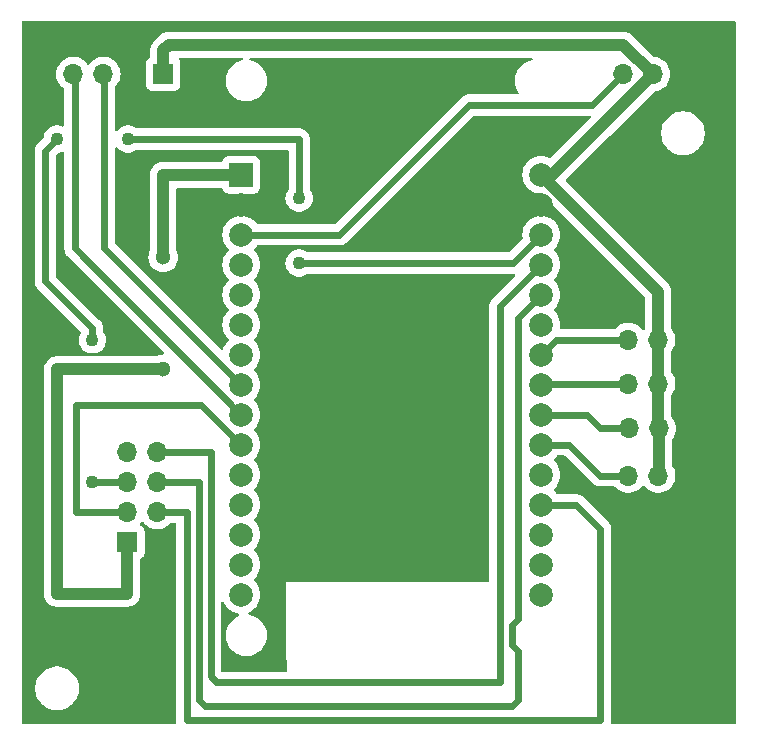
<source format=gbr>
%TF.GenerationSoftware,KiCad,Pcbnew,8.0.5*%
%TF.CreationDate,2024-09-12T11:42:49-05:00*%
%TF.ProjectId,avion,6176696f-6e2e-46b6-9963-61645f706362,rev?*%
%TF.SameCoordinates,Original*%
%TF.FileFunction,Copper,L2,Bot*%
%TF.FilePolarity,Positive*%
%FSLAX46Y46*%
G04 Gerber Fmt 4.6, Leading zero omitted, Abs format (unit mm)*
G04 Created by KiCad (PCBNEW 8.0.5) date 2024-09-12 11:42:49*
%MOMM*%
%LPD*%
G01*
G04 APERTURE LIST*
%TA.AperFunction,ComponentPad*%
%ADD10R,1.700000X1.700000*%
%TD*%
%TA.AperFunction,ComponentPad*%
%ADD11O,1.700000X1.700000*%
%TD*%
%TA.AperFunction,ComponentPad*%
%ADD12R,2.000000X2.000000*%
%TD*%
%TA.AperFunction,ComponentPad*%
%ADD13C,2.000000*%
%TD*%
%TA.AperFunction,ViaPad*%
%ADD14C,1.300000*%
%TD*%
%TA.AperFunction,ViaPad*%
%ADD15C,1.100000*%
%TD*%
%TA.AperFunction,Conductor*%
%ADD16C,0.600000*%
%TD*%
%TA.AperFunction,Conductor*%
%ADD17C,1.000000*%
%TD*%
G04 APERTURE END LIST*
D10*
%TO.P,J6,1,Pin_1*%
%TO.N,GND*%
X231445000Y-85500000D03*
D11*
%TO.P,J6,2,Pin_2*%
%TO.N,+5V*%
X228905000Y-85500000D03*
%TO.P,J6,3,Pin_3*%
%TO.N,/cola*%
X226365000Y-85500000D03*
%TD*%
D10*
%TO.P,J1,1,Pin_1*%
%TO.N,+3.3V*%
X183960000Y-102620000D03*
D11*
%TO.P,J1,2,Pin_2*%
%TO.N,GND*%
X186500000Y-102620000D03*
%TO.P,J1,3,Pin_3*%
%TO.N,/CSN*%
X183960000Y-100080000D03*
%TO.P,J1,4,Pin_4*%
%TO.N,/CE*%
X186500000Y-100080000D03*
%TO.P,J1,5,Pin_5*%
%TO.N,/MOSI*%
X183960000Y-97540000D03*
%TO.P,J1,6,Pin_6*%
%TO.N,/SCK*%
X186500000Y-97540000D03*
%TO.P,J1,7,Pin_7*%
%TO.N,unconnected-(J1-Pin_7-Pad7)*%
X183960000Y-95000000D03*
%TO.P,J1,8,Pin_8*%
%TO.N,/MISO*%
X186500000Y-95000000D03*
%TD*%
D10*
%TO.P,J8,1,Pin_1*%
%TO.N,GND*%
X231500000Y-93000000D03*
D11*
%TO.P,J8,2,Pin_2*%
%TO.N,+5V*%
X228960000Y-93000000D03*
%TO.P,J8,3,Pin_3*%
%TO.N,/ala der*%
X226420000Y-93000000D03*
%TD*%
D12*
%TO.P,U1,1,3V3*%
%TO.N,+3.3V*%
X193600000Y-71520000D03*
D13*
%TO.P,U1,2,GND*%
%TO.N,GND*%
X193600000Y-74060000D03*
%TO.P,U1,3,D15*%
%TO.N,/ESC(motor)*%
X193600000Y-76600000D03*
%TO.P,U1,4,D2*%
%TO.N,unconnected-(U1-D2-Pad4)*%
X193600000Y-79140000D03*
%TO.P,U1,5,D4*%
%TO.N,unconnected-(U1-D4-Pad5)*%
X193600000Y-81680000D03*
%TO.P,U1,6,RX2*%
%TO.N,unconnected-(U1-RX2-Pad6)*%
X193600000Y-84220000D03*
%TO.P,U1,7,TX2*%
%TO.N,unconnected-(U1-TX2-Pad7)*%
X193600000Y-86760000D03*
%TO.P,U1,8,D5*%
%TO.N,/scl*%
X193600000Y-89300000D03*
%TO.P,U1,9,D18*%
%TO.N,/sda*%
X193600000Y-91840000D03*
%TO.P,U1,10,D19*%
%TO.N,/CSN*%
X193600000Y-94380000D03*
%TO.P,U1,11,D21*%
%TO.N,unconnected-(U1-D21-Pad11)*%
X193600000Y-96920000D03*
%TO.P,U1,12,RX0*%
%TO.N,unconnected-(U1-RX0-Pad12)*%
X193600000Y-99460000D03*
%TO.P,U1,13,TX0*%
%TO.N,unconnected-(U1-TX0-Pad13)*%
X193600000Y-102000000D03*
%TO.P,U1,14,D22*%
%TO.N,unconnected-(U1-D22-Pad14)*%
X193600000Y-104540000D03*
%TO.P,U1,15,D23*%
%TO.N,unconnected-(U1-D23-Pad15)*%
X193600000Y-107080000D03*
%TO.P,U1,16,EN*%
%TO.N,unconnected-(U1-EN-Pad16)*%
X219000000Y-107080000D03*
%TO.P,U1,17,VP*%
%TO.N,unconnected-(U1-VP-Pad17)*%
X219000000Y-104540000D03*
%TO.P,U1,18,VN*%
%TO.N,unconnected-(U1-VN-Pad18)*%
X219000000Y-102000000D03*
%TO.P,U1,19,D34*%
%TO.N,/CE*%
X219000000Y-99460000D03*
%TO.P,U1,20,D35*%
%TO.N,unconnected-(U1-D35-Pad20)*%
X219000000Y-96920000D03*
%TO.P,U1,21,D32*%
%TO.N,/ala izq*%
X219000000Y-94380000D03*
%TO.P,U1,22,D33*%
%TO.N,/ala der*%
X219000000Y-91840000D03*
%TO.P,U1,23,D25*%
%TO.N,/sobra*%
X219000000Y-89300000D03*
%TO.P,U1,24,D26*%
%TO.N,/cola*%
X219000000Y-86760000D03*
%TO.P,U1,25,D27*%
%TO.N,unconnected-(U1-D27-Pad25)*%
X219000000Y-84220000D03*
%TO.P,U1,26,D14*%
%TO.N,/SCK*%
X219000000Y-81680000D03*
%TO.P,U1,27,D12*%
%TO.N,/MISO*%
X219000000Y-79140000D03*
%TO.P,U1,28,D13*%
%TO.N,/MOSI*%
X219000000Y-76600000D03*
%TO.P,U1,29,GND*%
%TO.N,GND*%
X219000000Y-74060000D03*
%TO.P,U1,30,VIN*%
%TO.N,+5V*%
X219000000Y-71520000D03*
%TD*%
D10*
%TO.P,J9,1,Pin_1*%
%TO.N,GND*%
X231000000Y-63000000D03*
D11*
%TO.P,J9,2,Pin_2*%
%TO.N,+5V*%
X228460000Y-63000000D03*
%TO.P,J9,3,Pin_3*%
%TO.N,/ESC(motor)*%
X225920000Y-63000000D03*
%TD*%
D10*
%TO.P,J7,1,Pin_1*%
%TO.N,GND*%
X231445000Y-97000000D03*
D11*
%TO.P,J7,2,Pin_2*%
%TO.N,+5V*%
X228905000Y-97000000D03*
%TO.P,J7,3,Pin_3*%
%TO.N,/ala izq*%
X226365000Y-97000000D03*
%TD*%
D10*
%TO.P,J4,1,Pin_1*%
%TO.N,+5V*%
X187000000Y-63000000D03*
D11*
%TO.P,J4,2,Pin_2*%
%TO.N,GND*%
X184460000Y-63000000D03*
%TO.P,J4,3,Pin_3*%
%TO.N,/scl*%
X181920000Y-63000000D03*
%TO.P,J4,4,Pin_4*%
%TO.N,/sda*%
X179380000Y-63000000D03*
%TD*%
D10*
%TO.P,J5,1,Pin_1*%
%TO.N,GND*%
X231445000Y-89200000D03*
D11*
%TO.P,J5,2,Pin_2*%
%TO.N,+5V*%
X228905000Y-89200000D03*
%TO.P,J5,3,Pin_3*%
%TO.N,/sobra*%
X226365000Y-89200000D03*
%TD*%
D14*
%TO.N,GND*%
X223500000Y-81000000D03*
X205000000Y-70500000D03*
X229500000Y-72500000D03*
X208000000Y-73500000D03*
%TO.N,+3.3V*%
X187000000Y-78500000D03*
X187000000Y-88000000D03*
D15*
%TO.N,/MOSI*%
X181000000Y-85500000D03*
X198500000Y-73500000D03*
X178000000Y-68500000D03*
X181000000Y-97500000D03*
X198500000Y-79000000D03*
X184000000Y-68500000D03*
%TD*%
D16*
%TO.N,/MISO*%
X215500000Y-114500000D02*
X191500000Y-114500000D01*
X219000000Y-79140000D02*
X215500000Y-82640000D01*
X191000000Y-95000000D02*
X186500000Y-95000000D01*
X215500000Y-82640000D02*
X215500000Y-114500000D01*
X191000000Y-114000000D02*
X191000000Y-95000000D01*
X191500000Y-114500000D02*
X191000000Y-114000000D01*
%TO.N,/CE*%
X224000000Y-101500000D02*
X221960000Y-99460000D01*
X186500000Y-100080000D02*
X189000000Y-100080000D01*
X189000000Y-100080000D02*
X189000000Y-117700000D01*
X189000000Y-117700000D02*
X224000000Y-117700000D01*
X221960000Y-99460000D02*
X219000000Y-99460000D01*
X224000000Y-117700000D02*
X224000000Y-101500000D01*
%TO.N,/SCK*%
X217000000Y-116000000D02*
X216500000Y-116500000D01*
X217000000Y-109140862D02*
X216480000Y-109660862D01*
X216480000Y-111359138D02*
X217000000Y-111879138D01*
X190500000Y-116500000D02*
X190000000Y-116000000D01*
X190000000Y-116000000D02*
X190000000Y-97540000D01*
X216480000Y-109660862D02*
X216480000Y-111359138D01*
X217000000Y-83680000D02*
X217000000Y-109140862D01*
X217000000Y-111879138D02*
X217000000Y-116000000D01*
X219000000Y-81680000D02*
X217000000Y-83680000D01*
X190000000Y-97540000D02*
X186500000Y-97540000D01*
X216500000Y-116500000D02*
X190500000Y-116500000D01*
%TO.N,/CSN*%
X179580000Y-100080000D02*
X183960000Y-100080000D01*
X179580000Y-91000000D02*
X179580000Y-100080000D01*
X190220000Y-91000000D02*
X179580000Y-91000000D01*
X193600000Y-94380000D02*
X190220000Y-91000000D01*
D17*
%TO.N,+3.3V*%
X187000000Y-88000000D02*
X178000000Y-88000000D01*
X187000000Y-78500000D02*
X187000000Y-71540000D01*
X186980000Y-71520000D02*
X193600000Y-71520000D01*
X178000000Y-88000000D02*
X178000000Y-107000000D01*
X183960000Y-107000000D02*
X183960000Y-102620000D01*
X178000000Y-107000000D02*
X183960000Y-107000000D01*
X187000000Y-71540000D02*
X186980000Y-71520000D01*
D16*
%TO.N,/MOSI*%
X183920000Y-97500000D02*
X183960000Y-97540000D01*
X184000000Y-68500000D02*
X198500000Y-68500000D01*
X177000000Y-80500000D02*
X181000000Y-84500000D01*
X177000000Y-69500000D02*
X177000000Y-80500000D01*
X178000000Y-68500000D02*
X177000000Y-69500000D01*
X198500000Y-68500000D02*
X198500000Y-73500000D01*
X198500000Y-79000000D02*
X216600000Y-79000000D01*
X216600000Y-79000000D02*
X219000000Y-76600000D01*
X181000000Y-97500000D02*
X183920000Y-97500000D01*
X181000000Y-84500000D02*
X181000000Y-85500000D01*
%TO.N,/sda*%
X179500000Y-77740000D02*
X179500000Y-63120000D01*
X193600000Y-91840000D02*
X179500000Y-77740000D01*
X179500000Y-63120000D02*
X179380000Y-63000000D01*
%TO.N,/scl*%
X193600000Y-89300000D02*
X182000000Y-77700000D01*
X182000000Y-77700000D02*
X182000000Y-63080000D01*
X182000000Y-63080000D02*
X181920000Y-63000000D01*
D17*
%TO.N,+5V*%
X228905000Y-89200000D02*
X228905000Y-92945000D01*
X187000000Y-61000000D02*
X187000000Y-63000000D01*
X219940000Y-71520000D02*
X219000000Y-71520000D01*
X228460000Y-63000000D02*
X219940000Y-71520000D01*
X187500000Y-60500000D02*
X187000000Y-61000000D01*
X228905000Y-81425000D02*
X228905000Y-85500000D01*
X228460000Y-63000000D02*
X225960000Y-60500000D01*
X228905000Y-85500000D02*
X228905000Y-89200000D01*
X228905000Y-92945000D02*
X228960000Y-93000000D01*
X219000000Y-71520000D02*
X228905000Y-81425000D01*
X228960000Y-96945000D02*
X228905000Y-97000000D01*
X228960000Y-93000000D02*
X228960000Y-96945000D01*
X225960000Y-60500000D02*
X187500000Y-60500000D01*
D16*
%TO.N,/ESC(motor)*%
X212890000Y-65610000D02*
X201900000Y-76600000D01*
X201900000Y-76600000D02*
X193600000Y-76600000D01*
X223310000Y-65610000D02*
X212890000Y-65610000D01*
X225920000Y-63000000D02*
X223310000Y-65610000D01*
%TO.N,/ala izq*%
X221380000Y-94380000D02*
X219000000Y-94380000D01*
X226365000Y-97000000D02*
X224000000Y-97000000D01*
X224000000Y-97000000D02*
X221380000Y-94380000D01*
%TO.N,/cola*%
X220260000Y-85500000D02*
X219000000Y-86760000D01*
X226365000Y-85500000D02*
X220260000Y-85500000D01*
%TO.N,/sobra*%
X226365000Y-89200000D02*
X219100000Y-89200000D01*
X219100000Y-89200000D02*
X219000000Y-89300000D01*
%TO.N,/ala der*%
X224000000Y-93000000D02*
X222840000Y-91840000D01*
X222840000Y-91840000D02*
X219000000Y-91840000D01*
X226420000Y-93000000D02*
X224000000Y-93000000D01*
%TD*%
%TA.AperFunction,Conductor*%
%TO.N,GND*%
G36*
X235442539Y-58520185D02*
G01*
X235488294Y-58572989D01*
X235499500Y-58624500D01*
X235499500Y-117875500D01*
X235479815Y-117942539D01*
X235427011Y-117988294D01*
X235375500Y-117999500D01*
X225009662Y-117999500D01*
X224942623Y-117979815D01*
X224896868Y-117927011D01*
X224886924Y-117857853D01*
X224888045Y-117851308D01*
X224900500Y-117788693D01*
X224900500Y-101411308D01*
X224900499Y-101411304D01*
X224888854Y-101352759D01*
X224865895Y-101237334D01*
X224800339Y-101079071D01*
X224798695Y-101074474D01*
X224788579Y-101059335D01*
X224749057Y-101000185D01*
X224699465Y-100925966D01*
X224638275Y-100864776D01*
X224574035Y-100800536D01*
X224133999Y-100360500D01*
X222534038Y-98760537D01*
X222534034Y-98760533D01*
X222474961Y-98721064D01*
X222474960Y-98721063D01*
X222386544Y-98661985D01*
X222386542Y-98661984D01*
X222304607Y-98628046D01*
X222304606Y-98628046D01*
X222222666Y-98594105D01*
X222222658Y-98594103D01*
X222048696Y-98559500D01*
X222048692Y-98559500D01*
X222048691Y-98559500D01*
X220392862Y-98559500D01*
X220325823Y-98539815D01*
X220298572Y-98516032D01*
X220228484Y-98433970D01*
X220135224Y-98324776D01*
X220087819Y-98284289D01*
X220049627Y-98225784D01*
X220049128Y-98155916D01*
X220086482Y-98096870D01*
X220087756Y-98095764D01*
X220135224Y-98055224D01*
X220298836Y-97863659D01*
X220430466Y-97648859D01*
X220526873Y-97416111D01*
X220585683Y-97171148D01*
X220605449Y-96920000D01*
X220585683Y-96668852D01*
X220526873Y-96423889D01*
X220430466Y-96191140D01*
X220298839Y-95976346D01*
X220298838Y-95976343D01*
X220135224Y-95784776D01*
X220131421Y-95781528D01*
X220087819Y-95744289D01*
X220049627Y-95685784D01*
X220049128Y-95615916D01*
X220086482Y-95556870D01*
X220087756Y-95555764D01*
X220135224Y-95515224D01*
X220298572Y-95323967D01*
X220357079Y-95285775D01*
X220392862Y-95280500D01*
X220955638Y-95280500D01*
X221022677Y-95300185D01*
X221043319Y-95316819D01*
X223300536Y-97574035D01*
X223425965Y-97699464D01*
X223573453Y-97798013D01*
X223621452Y-97817895D01*
X223737334Y-97865895D01*
X223878460Y-97893966D01*
X223911304Y-97900499D01*
X223911308Y-97900500D01*
X223911309Y-97900500D01*
X224088692Y-97900500D01*
X225168049Y-97900500D01*
X225235088Y-97920185D01*
X225259279Y-97940517D01*
X225379238Y-98070827D01*
X225379242Y-98070830D01*
X225568924Y-98218466D01*
X225568930Y-98218470D01*
X225568933Y-98218472D01*
X225780344Y-98332882D01*
X225780347Y-98332883D01*
X226007699Y-98410933D01*
X226007701Y-98410933D01*
X226007703Y-98410934D01*
X226244808Y-98450500D01*
X226244809Y-98450500D01*
X226485191Y-98450500D01*
X226485192Y-98450500D01*
X226722297Y-98410934D01*
X226949656Y-98332882D01*
X227161067Y-98218472D01*
X227350764Y-98070825D01*
X227513571Y-97893969D01*
X227531193Y-97866995D01*
X227584337Y-97821641D01*
X227653568Y-97812217D01*
X227716904Y-97841718D01*
X227738804Y-97866992D01*
X227756429Y-97893969D01*
X227919236Y-98070825D01*
X227919239Y-98070827D01*
X227919242Y-98070830D01*
X228108924Y-98218466D01*
X228108930Y-98218470D01*
X228108933Y-98218472D01*
X228320344Y-98332882D01*
X228320347Y-98332883D01*
X228547699Y-98410933D01*
X228547701Y-98410933D01*
X228547703Y-98410934D01*
X228784808Y-98450500D01*
X228784809Y-98450500D01*
X229025191Y-98450500D01*
X229025192Y-98450500D01*
X229262297Y-98410934D01*
X229489656Y-98332882D01*
X229701067Y-98218472D01*
X229890764Y-98070825D01*
X230053571Y-97893969D01*
X230185049Y-97692728D01*
X230281610Y-97472591D01*
X230340620Y-97239563D01*
X230360471Y-97000000D01*
X230340620Y-96760437D01*
X230281610Y-96527409D01*
X230185049Y-96307272D01*
X230179403Y-96298630D01*
X230080691Y-96147539D01*
X230060504Y-96080650D01*
X230060500Y-96079718D01*
X230060500Y-93994573D01*
X230080185Y-93927534D01*
X230093270Y-93910590D01*
X230108571Y-93893969D01*
X230240049Y-93692728D01*
X230336610Y-93472591D01*
X230395620Y-93239563D01*
X230406356Y-93110000D01*
X230415471Y-93000005D01*
X230415471Y-92999994D01*
X230395620Y-92760440D01*
X230395620Y-92760437D01*
X230336610Y-92527409D01*
X230240049Y-92307272D01*
X230229999Y-92291890D01*
X230181891Y-92218256D01*
X230108571Y-92106031D01*
X230108569Y-92106029D01*
X230108568Y-92106027D01*
X230108567Y-92106026D01*
X230038270Y-92029662D01*
X230007348Y-91967008D01*
X230005500Y-91945680D01*
X230005500Y-90194573D01*
X230025185Y-90127534D01*
X230038270Y-90110590D01*
X230053571Y-90093969D01*
X230185049Y-89892728D01*
X230281610Y-89672591D01*
X230340620Y-89439563D01*
X230360471Y-89200000D01*
X230358778Y-89179573D01*
X230340620Y-88960440D01*
X230340620Y-88960437D01*
X230281610Y-88727409D01*
X230185049Y-88507272D01*
X230053571Y-88306031D01*
X230038268Y-88289407D01*
X230007348Y-88226752D01*
X230005500Y-88205426D01*
X230005500Y-86494573D01*
X230025185Y-86427534D01*
X230038270Y-86410590D01*
X230053571Y-86393969D01*
X230185049Y-86192728D01*
X230281610Y-85972591D01*
X230340620Y-85739563D01*
X230352660Y-85594264D01*
X230360471Y-85500005D01*
X230360471Y-85499994D01*
X230340620Y-85260440D01*
X230340620Y-85260437D01*
X230281610Y-85027409D01*
X230185049Y-84807272D01*
X230053571Y-84606031D01*
X230038268Y-84589407D01*
X230007348Y-84526752D01*
X230005500Y-84505426D01*
X230005500Y-81338389D01*
X229978402Y-81167299D01*
X229948099Y-81074036D01*
X229924873Y-81002554D01*
X229924871Y-81002551D01*
X229924871Y-81002549D01*
X229846231Y-80848211D01*
X229744414Y-80708072D01*
X221114023Y-72077681D01*
X221080538Y-72016358D01*
X221085522Y-71946666D01*
X221114023Y-71902319D01*
X224779010Y-68237332D01*
X225137631Y-67878711D01*
X229149500Y-67878711D01*
X229149500Y-68121288D01*
X229181161Y-68361785D01*
X229243947Y-68596104D01*
X229336773Y-68820205D01*
X229336776Y-68820212D01*
X229458064Y-69030289D01*
X229458066Y-69030292D01*
X229458067Y-69030293D01*
X229605733Y-69222736D01*
X229605739Y-69222743D01*
X229777256Y-69394260D01*
X229777263Y-69394266D01*
X229813475Y-69422052D01*
X229969711Y-69541936D01*
X230179788Y-69663224D01*
X230403900Y-69756054D01*
X230638211Y-69818838D01*
X230818586Y-69842584D01*
X230878711Y-69850500D01*
X230878712Y-69850500D01*
X231121289Y-69850500D01*
X231169388Y-69844167D01*
X231361789Y-69818838D01*
X231596100Y-69756054D01*
X231820212Y-69663224D01*
X232030289Y-69541936D01*
X232222738Y-69394265D01*
X232394265Y-69222738D01*
X232541936Y-69030289D01*
X232663224Y-68820212D01*
X232756054Y-68596100D01*
X232818838Y-68361789D01*
X232850500Y-68121288D01*
X232850500Y-67878712D01*
X232818838Y-67638211D01*
X232756054Y-67403900D01*
X232663224Y-67179788D01*
X232541936Y-66969711D01*
X232394265Y-66777262D01*
X232394260Y-66777256D01*
X232222743Y-66605739D01*
X232222736Y-66605733D01*
X232030293Y-66458067D01*
X232030292Y-66458066D01*
X232030289Y-66458064D01*
X231820212Y-66336776D01*
X231820205Y-66336773D01*
X231596104Y-66243947D01*
X231361785Y-66181161D01*
X231121289Y-66149500D01*
X231121288Y-66149500D01*
X230878712Y-66149500D01*
X230878711Y-66149500D01*
X230638214Y-66181161D01*
X230403895Y-66243947D01*
X230179794Y-66336773D01*
X230179785Y-66336777D01*
X229969706Y-66458067D01*
X229777263Y-66605733D01*
X229777256Y-66605739D01*
X229605739Y-66777256D01*
X229605733Y-66777263D01*
X229458067Y-66969706D01*
X229336777Y-67179785D01*
X229336773Y-67179794D01*
X229243947Y-67403895D01*
X229181161Y-67638214D01*
X229149500Y-67878711D01*
X225137631Y-67878711D01*
X228534880Y-64481461D01*
X228596201Y-64447978D01*
X228602116Y-64446841D01*
X228817297Y-64410934D01*
X229044656Y-64332882D01*
X229256067Y-64218472D01*
X229445764Y-64070825D01*
X229608571Y-63893969D01*
X229740049Y-63692728D01*
X229836610Y-63472591D01*
X229895620Y-63239563D01*
X229904442Y-63133090D01*
X229915471Y-63000005D01*
X229915471Y-62999994D01*
X229897582Y-62784112D01*
X229895620Y-62760437D01*
X229836610Y-62527409D01*
X229740049Y-62307272D01*
X229729999Y-62291890D01*
X229611582Y-62110640D01*
X229608571Y-62106031D01*
X229445764Y-61929175D01*
X229445759Y-61929171D01*
X229445757Y-61929169D01*
X229256075Y-61781533D01*
X229256069Y-61781529D01*
X229044657Y-61667118D01*
X229044652Y-61667116D01*
X228817300Y-61589066D01*
X228602149Y-61553164D01*
X228539264Y-61522713D01*
X228534878Y-61518536D01*
X226676930Y-59660588D01*
X226676928Y-59660586D01*
X226536788Y-59558768D01*
X226382445Y-59480127D01*
X226217701Y-59426598D01*
X226217699Y-59426597D01*
X226217698Y-59426597D01*
X226086271Y-59405781D01*
X226046611Y-59399500D01*
X187586611Y-59399500D01*
X187413389Y-59399500D01*
X187373728Y-59405781D01*
X187242302Y-59426597D01*
X187077552Y-59480128D01*
X186923211Y-59558768D01*
X186843256Y-59616859D01*
X186783072Y-59660586D01*
X186783070Y-59660588D01*
X186783069Y-59660588D01*
X186160588Y-60283069D01*
X186160588Y-60283070D01*
X186160586Y-60283072D01*
X186116859Y-60343256D01*
X186058768Y-60423211D01*
X185980128Y-60577552D01*
X185926597Y-60742302D01*
X185899500Y-60913389D01*
X185899500Y-61524151D01*
X185879815Y-61591190D01*
X185850987Y-61622527D01*
X185847159Y-61625463D01*
X185847159Y-61625464D01*
X185785223Y-61672989D01*
X185721718Y-61721718D01*
X185625463Y-61847160D01*
X185564956Y-61993237D01*
X185564955Y-61993239D01*
X185550106Y-62106033D01*
X185549501Y-62110636D01*
X185549500Y-62110645D01*
X185549500Y-63889363D01*
X185564953Y-64006753D01*
X185564956Y-64006762D01*
X185613901Y-64124927D01*
X185625464Y-64152841D01*
X185721718Y-64278282D01*
X185847159Y-64374536D01*
X185993238Y-64435044D01*
X186110639Y-64450500D01*
X187889360Y-64450499D01*
X187889363Y-64450499D01*
X188006753Y-64435046D01*
X188006757Y-64435044D01*
X188006762Y-64435044D01*
X188152841Y-64374536D01*
X188278282Y-64278282D01*
X188374536Y-64152841D01*
X188435044Y-64006762D01*
X188450500Y-63889361D01*
X188450499Y-62110640D01*
X188450499Y-62110639D01*
X188450499Y-62110636D01*
X188435046Y-61993246D01*
X188435044Y-61993239D01*
X188435044Y-61993238D01*
X188374536Y-61847159D01*
X188338338Y-61799985D01*
X188313145Y-61734817D01*
X188327183Y-61666373D01*
X188375997Y-61616383D01*
X188436715Y-61600500D01*
X193627671Y-61600500D01*
X193694710Y-61620185D01*
X193740465Y-61672989D01*
X193750409Y-61742147D01*
X193721384Y-61805703D01*
X193662606Y-61843477D01*
X193659803Y-61844263D01*
X193526719Y-61879923D01*
X193456112Y-61898842D01*
X193244123Y-61986650D01*
X193244109Y-61986657D01*
X193045382Y-62101392D01*
X192863338Y-62241081D01*
X192701081Y-62403338D01*
X192561392Y-62585382D01*
X192446657Y-62784109D01*
X192446650Y-62784123D01*
X192358842Y-62996112D01*
X192299453Y-63217759D01*
X192299451Y-63217770D01*
X192269500Y-63445258D01*
X192269500Y-63674741D01*
X192287600Y-63812217D01*
X192299452Y-63902238D01*
X192334514Y-64033091D01*
X192358842Y-64123887D01*
X192446650Y-64335876D01*
X192446657Y-64335890D01*
X192561392Y-64534617D01*
X192701081Y-64716661D01*
X192701089Y-64716670D01*
X192863330Y-64878911D01*
X192863338Y-64878918D01*
X193045382Y-65018607D01*
X193045385Y-65018608D01*
X193045388Y-65018611D01*
X193244112Y-65133344D01*
X193244117Y-65133346D01*
X193244123Y-65133349D01*
X193335480Y-65171190D01*
X193456113Y-65221158D01*
X193677762Y-65280548D01*
X193905266Y-65310500D01*
X193905273Y-65310500D01*
X194134727Y-65310500D01*
X194134734Y-65310500D01*
X194362238Y-65280548D01*
X194583887Y-65221158D01*
X194795888Y-65133344D01*
X194994612Y-65018611D01*
X195176661Y-64878919D01*
X195176665Y-64878914D01*
X195176670Y-64878911D01*
X195338911Y-64716670D01*
X195338914Y-64716665D01*
X195338919Y-64716661D01*
X195478611Y-64534612D01*
X195593344Y-64335888D01*
X195681158Y-64123887D01*
X195740548Y-63902238D01*
X195770500Y-63674734D01*
X195770500Y-63445266D01*
X195740548Y-63217762D01*
X195681158Y-62996113D01*
X195593344Y-62784112D01*
X195478611Y-62585388D01*
X195478608Y-62585385D01*
X195478607Y-62585382D01*
X195338918Y-62403338D01*
X195338911Y-62403330D01*
X195176670Y-62241089D01*
X195176661Y-62241081D01*
X194994617Y-62101392D01*
X194795890Y-61986657D01*
X194795876Y-61986650D01*
X194583887Y-61898842D01*
X194380234Y-61844274D01*
X194320575Y-61807910D01*
X194290046Y-61745063D01*
X194298341Y-61675688D01*
X194342826Y-61621810D01*
X194409378Y-61600535D01*
X194412329Y-61600500D01*
X218137671Y-61600500D01*
X218204710Y-61620185D01*
X218250465Y-61672989D01*
X218260409Y-61742147D01*
X218231384Y-61805703D01*
X218172606Y-61843477D01*
X218169803Y-61844263D01*
X218036719Y-61879923D01*
X217966112Y-61898842D01*
X217754123Y-61986650D01*
X217754109Y-61986657D01*
X217555382Y-62101392D01*
X217373338Y-62241081D01*
X217211081Y-62403338D01*
X217071392Y-62585382D01*
X216956657Y-62784109D01*
X216956650Y-62784123D01*
X216868842Y-62996112D01*
X216809453Y-63217759D01*
X216809451Y-63217770D01*
X216779500Y-63445258D01*
X216779500Y-63674741D01*
X216797600Y-63812217D01*
X216809452Y-63902238D01*
X216844514Y-64033091D01*
X216868842Y-64123887D01*
X216956650Y-64335876D01*
X216956657Y-64335891D01*
X217064973Y-64523500D01*
X217081446Y-64591401D01*
X217058593Y-64657427D01*
X217003672Y-64700618D01*
X216957586Y-64709500D01*
X212801303Y-64709500D01*
X212627341Y-64744103D01*
X212627329Y-64744106D01*
X212545392Y-64778045D01*
X212545393Y-64778046D01*
X212463455Y-64811985D01*
X212375040Y-64871063D01*
X212375039Y-64871064D01*
X212315961Y-64910537D01*
X212315960Y-64910538D01*
X201563319Y-75663181D01*
X201501996Y-75696666D01*
X201475638Y-75699500D01*
X194992862Y-75699500D01*
X194925823Y-75679815D01*
X194898572Y-75656032D01*
X194735224Y-75464776D01*
X194608571Y-75356604D01*
X194543656Y-75301161D01*
X194543653Y-75301160D01*
X194328859Y-75169533D01*
X194096110Y-75073126D01*
X193851151Y-75014317D01*
X193600000Y-74994551D01*
X193348848Y-75014317D01*
X193103889Y-75073126D01*
X192871140Y-75169533D01*
X192656346Y-75301160D01*
X192656343Y-75301161D01*
X192464776Y-75464776D01*
X192301161Y-75656343D01*
X192301160Y-75656346D01*
X192169533Y-75871140D01*
X192073126Y-76103889D01*
X192014317Y-76348848D01*
X191994551Y-76600000D01*
X192014317Y-76851151D01*
X192073126Y-77096110D01*
X192169533Y-77328859D01*
X192301160Y-77543653D01*
X192301161Y-77543656D01*
X192356604Y-77608571D01*
X192464776Y-77735224D01*
X192501557Y-77766638D01*
X192512179Y-77775710D01*
X192550372Y-77834217D01*
X192550870Y-77904085D01*
X192513516Y-77963131D01*
X192512179Y-77964290D01*
X192464776Y-78004776D01*
X192301161Y-78196343D01*
X192301160Y-78196346D01*
X192169533Y-78411140D01*
X192073126Y-78643889D01*
X192014317Y-78888848D01*
X191994551Y-79140000D01*
X192014317Y-79391151D01*
X192073126Y-79636110D01*
X192169533Y-79868859D01*
X192301160Y-80083653D01*
X192301161Y-80083656D01*
X192325524Y-80112181D01*
X192464776Y-80275224D01*
X192512178Y-80315709D01*
X192512179Y-80315710D01*
X192550372Y-80374217D01*
X192550870Y-80444085D01*
X192513516Y-80503131D01*
X192512179Y-80504290D01*
X192464776Y-80544776D01*
X192301161Y-80736343D01*
X192301160Y-80736346D01*
X192169533Y-80951140D01*
X192073126Y-81183889D01*
X192014317Y-81428848D01*
X191994551Y-81680000D01*
X192014317Y-81931151D01*
X192073126Y-82176110D01*
X192169533Y-82408859D01*
X192301160Y-82623653D01*
X192301161Y-82623656D01*
X192301164Y-82623659D01*
X192464776Y-82815224D01*
X192512178Y-82855709D01*
X192512179Y-82855710D01*
X192550372Y-82914217D01*
X192550870Y-82984085D01*
X192513516Y-83043131D01*
X192512179Y-83044290D01*
X192464776Y-83084776D01*
X192301161Y-83276343D01*
X192301160Y-83276346D01*
X192169533Y-83491140D01*
X192073126Y-83723889D01*
X192014317Y-83968848D01*
X191994551Y-84220000D01*
X192014317Y-84471151D01*
X192073126Y-84716110D01*
X192169533Y-84948859D01*
X192301160Y-85163653D01*
X192301161Y-85163656D01*
X192301164Y-85163659D01*
X192464776Y-85355224D01*
X192500500Y-85385735D01*
X192512179Y-85395710D01*
X192550372Y-85454217D01*
X192550870Y-85524085D01*
X192513516Y-85583131D01*
X192512179Y-85584290D01*
X192464776Y-85624776D01*
X192301161Y-85816343D01*
X192301160Y-85816346D01*
X192169533Y-86031140D01*
X192075098Y-86259129D01*
X192031257Y-86313532D01*
X191964963Y-86335597D01*
X191897264Y-86318318D01*
X191872856Y-86299357D01*
X187454341Y-81880842D01*
X184073497Y-78499997D01*
X185744723Y-78499997D01*
X185744723Y-78500002D01*
X185763793Y-78717975D01*
X185763793Y-78717979D01*
X185820422Y-78929322D01*
X185820424Y-78929326D01*
X185820425Y-78929330D01*
X185853379Y-79000000D01*
X185912897Y-79127638D01*
X185912898Y-79127639D01*
X186038402Y-79306877D01*
X186193123Y-79461598D01*
X186372361Y-79587102D01*
X186570670Y-79679575D01*
X186782023Y-79736207D01*
X186964926Y-79752208D01*
X186999998Y-79755277D01*
X187000000Y-79755277D01*
X187000002Y-79755277D01*
X187028254Y-79752805D01*
X187217977Y-79736207D01*
X187429330Y-79679575D01*
X187627639Y-79587102D01*
X187806877Y-79461598D01*
X187961598Y-79306877D01*
X188087102Y-79127639D01*
X188179575Y-78929330D01*
X188236207Y-78717977D01*
X188255277Y-78500000D01*
X188236207Y-78282023D01*
X188179575Y-78070670D01*
X188176083Y-78063181D01*
X188112118Y-77926006D01*
X188100500Y-77873602D01*
X188100500Y-72744500D01*
X188120185Y-72677461D01*
X188172989Y-72631706D01*
X188224500Y-72620500D01*
X191908798Y-72620500D01*
X191975837Y-72640185D01*
X192021592Y-72692989D01*
X192023359Y-72697048D01*
X192075462Y-72822838D01*
X192075463Y-72822839D01*
X192075464Y-72822841D01*
X192171718Y-72948282D01*
X192297159Y-73044536D01*
X192443238Y-73105044D01*
X192560639Y-73120500D01*
X194639360Y-73120499D01*
X194639363Y-73120499D01*
X194756753Y-73105046D01*
X194756757Y-73105044D01*
X194756762Y-73105044D01*
X194902841Y-73044536D01*
X195028282Y-72948282D01*
X195124536Y-72822841D01*
X195185044Y-72676762D01*
X195200500Y-72559361D01*
X195200499Y-70480640D01*
X195200499Y-70480636D01*
X195185046Y-70363246D01*
X195185044Y-70363241D01*
X195185044Y-70363238D01*
X195124536Y-70217159D01*
X195028282Y-70091718D01*
X194902841Y-69995464D01*
X194756762Y-69934956D01*
X194756760Y-69934955D01*
X194639370Y-69919501D01*
X194639367Y-69919500D01*
X194639361Y-69919500D01*
X194639354Y-69919500D01*
X192560636Y-69919500D01*
X192443246Y-69934953D01*
X192443237Y-69934956D01*
X192297160Y-69995463D01*
X192171718Y-70091718D01*
X192075462Y-70217161D01*
X192023359Y-70342952D01*
X191979518Y-70397356D01*
X191913224Y-70419421D01*
X191908798Y-70419500D01*
X187066611Y-70419500D01*
X186893389Y-70419500D01*
X186853728Y-70425781D01*
X186722302Y-70446597D01*
X186557552Y-70500128D01*
X186403211Y-70578768D01*
X186323256Y-70636859D01*
X186263072Y-70680586D01*
X186263070Y-70680588D01*
X186263069Y-70680588D01*
X186140588Y-70803069D01*
X186140588Y-70803070D01*
X186140586Y-70803072D01*
X186096859Y-70863256D01*
X186038768Y-70943211D01*
X185960128Y-71097552D01*
X185906597Y-71262302D01*
X185879500Y-71433389D01*
X185879500Y-71606610D01*
X185897973Y-71723244D01*
X185899500Y-71742642D01*
X185899500Y-77873602D01*
X185887882Y-77926006D01*
X185820427Y-78070663D01*
X185820422Y-78070677D01*
X185763793Y-78282020D01*
X185763793Y-78282024D01*
X185744723Y-78499997D01*
X184073497Y-78499997D01*
X182936819Y-77363319D01*
X182903334Y-77301996D01*
X182900500Y-77275638D01*
X182900500Y-69323108D01*
X182920185Y-69256069D01*
X182972989Y-69210314D01*
X183042147Y-69200370D01*
X183105703Y-69229395D01*
X183123449Y-69248376D01*
X183146128Y-69278407D01*
X183303698Y-69422052D01*
X183484981Y-69534298D01*
X183683802Y-69611321D01*
X183893390Y-69650500D01*
X183893392Y-69650500D01*
X184106608Y-69650500D01*
X184106610Y-69650500D01*
X184316198Y-69611321D01*
X184515019Y-69534298D01*
X184696302Y-69422052D01*
X184696302Y-69422051D01*
X184701113Y-69419073D01*
X184766391Y-69400500D01*
X197475500Y-69400500D01*
X197542539Y-69420185D01*
X197588294Y-69472989D01*
X197599500Y-69524500D01*
X197599500Y-72741776D01*
X197579815Y-72808815D01*
X197574454Y-72816503D01*
X197517633Y-72891746D01*
X197422596Y-73082605D01*
X197422596Y-73082607D01*
X197364244Y-73287689D01*
X197344571Y-73499999D01*
X197344571Y-73500000D01*
X197364244Y-73712310D01*
X197422596Y-73917392D01*
X197422596Y-73917394D01*
X197517632Y-74108253D01*
X197517634Y-74108255D01*
X197646128Y-74278407D01*
X197803698Y-74422052D01*
X197984981Y-74534298D01*
X198183802Y-74611321D01*
X198393390Y-74650500D01*
X198393392Y-74650500D01*
X198606608Y-74650500D01*
X198606610Y-74650500D01*
X198816198Y-74611321D01*
X199015019Y-74534298D01*
X199196302Y-74422052D01*
X199353872Y-74278407D01*
X199482366Y-74108255D01*
X199577405Y-73917389D01*
X199635756Y-73712310D01*
X199655429Y-73500000D01*
X199635756Y-73287690D01*
X199577405Y-73082611D01*
X199577403Y-73082606D01*
X199577403Y-73082605D01*
X199482366Y-72891746D01*
X199482366Y-72891745D01*
X199425546Y-72816503D01*
X199400854Y-72751141D01*
X199400500Y-72741776D01*
X199400500Y-68411306D01*
X199400499Y-68411304D01*
X199365896Y-68237341D01*
X199365893Y-68237332D01*
X199298016Y-68073459D01*
X199298009Y-68073446D01*
X199199464Y-67925965D01*
X199199461Y-67925961D01*
X199074038Y-67800538D01*
X199074034Y-67800535D01*
X198926553Y-67701990D01*
X198926540Y-67701983D01*
X198762667Y-67634106D01*
X198762658Y-67634103D01*
X198588694Y-67599500D01*
X198588691Y-67599500D01*
X184766391Y-67599500D01*
X184701113Y-67580927D01*
X184515019Y-67465702D01*
X184515017Y-67465701D01*
X184355475Y-67403895D01*
X184316198Y-67388679D01*
X184106610Y-67349500D01*
X183893390Y-67349500D01*
X183683802Y-67388679D01*
X183683799Y-67388679D01*
X183683799Y-67388680D01*
X183484982Y-67465701D01*
X183484980Y-67465702D01*
X183303699Y-67577947D01*
X183146127Y-67721593D01*
X183123454Y-67751618D01*
X183067345Y-67793254D01*
X182997633Y-67797945D01*
X182936451Y-67764203D01*
X182903224Y-67702739D01*
X182900500Y-67676891D01*
X182900500Y-64124927D01*
X182920185Y-64057888D01*
X182933263Y-64040952D01*
X183068571Y-63893969D01*
X183200049Y-63692728D01*
X183296610Y-63472591D01*
X183355620Y-63239563D01*
X183364442Y-63133090D01*
X183375471Y-63000005D01*
X183375471Y-62999994D01*
X183357582Y-62784112D01*
X183355620Y-62760437D01*
X183296610Y-62527409D01*
X183200049Y-62307272D01*
X183189999Y-62291890D01*
X183071582Y-62110640D01*
X183068571Y-62106031D01*
X182905764Y-61929175D01*
X182905759Y-61929171D01*
X182905757Y-61929169D01*
X182716075Y-61781533D01*
X182716069Y-61781529D01*
X182504657Y-61667118D01*
X182504652Y-61667116D01*
X182277300Y-61589066D01*
X182099468Y-61559391D01*
X182040192Y-61549500D01*
X181799808Y-61549500D01*
X181777851Y-61553164D01*
X181562699Y-61589066D01*
X181335347Y-61667116D01*
X181335342Y-61667118D01*
X181123930Y-61781529D01*
X181123924Y-61781533D01*
X180934242Y-61929169D01*
X180934239Y-61929172D01*
X180771430Y-62106029D01*
X180771429Y-62106031D01*
X180753807Y-62133003D01*
X180700660Y-62178358D01*
X180631429Y-62187780D01*
X180568093Y-62158277D01*
X180546193Y-62133003D01*
X180544154Y-62129883D01*
X180528571Y-62106031D01*
X180365764Y-61929175D01*
X180365759Y-61929171D01*
X180365757Y-61929169D01*
X180176075Y-61781533D01*
X180176069Y-61781529D01*
X179964657Y-61667118D01*
X179964652Y-61667116D01*
X179737300Y-61589066D01*
X179559468Y-61559391D01*
X179500192Y-61549500D01*
X179259808Y-61549500D01*
X179237851Y-61553164D01*
X179022699Y-61589066D01*
X178795347Y-61667116D01*
X178795342Y-61667118D01*
X178583930Y-61781529D01*
X178583924Y-61781533D01*
X178394242Y-61929169D01*
X178394239Y-61929172D01*
X178231430Y-62106029D01*
X178231427Y-62106033D01*
X178099951Y-62307270D01*
X178003389Y-62527410D01*
X177944379Y-62760440D01*
X177924529Y-62999994D01*
X177924529Y-63000005D01*
X177944379Y-63239559D01*
X178003389Y-63472589D01*
X178099951Y-63692729D01*
X178213808Y-63866998D01*
X178231429Y-63893969D01*
X178394236Y-64070825D01*
X178394239Y-64070827D01*
X178394242Y-64070830D01*
X178551662Y-64193355D01*
X178592475Y-64250065D01*
X178599500Y-64291208D01*
X178599500Y-67317412D01*
X178579815Y-67384451D01*
X178527011Y-67430206D01*
X178457853Y-67440150D01*
X178430707Y-67433039D01*
X178316202Y-67388680D01*
X178316199Y-67388679D01*
X178316198Y-67388679D01*
X178106610Y-67349500D01*
X177893390Y-67349500D01*
X177683802Y-67388679D01*
X177683799Y-67388679D01*
X177683799Y-67388680D01*
X177484982Y-67465701D01*
X177484980Y-67465702D01*
X177303699Y-67577947D01*
X177146127Y-67721593D01*
X177017632Y-67891746D01*
X176922596Y-68082605D01*
X176922596Y-68082607D01*
X176864244Y-68287689D01*
X176860759Y-68325292D01*
X176834971Y-68390228D01*
X176824969Y-68401529D01*
X176300537Y-68925961D01*
X176261063Y-68985040D01*
X176201988Y-69073450D01*
X176201987Y-69073452D01*
X176187572Y-69108254D01*
X176187572Y-69108255D01*
X176140152Y-69222736D01*
X176134105Y-69237334D01*
X176104723Y-69385051D01*
X176104723Y-69385053D01*
X176099500Y-69411308D01*
X176099500Y-80588696D01*
X176134103Y-80762658D01*
X176134105Y-80762666D01*
X176168046Y-80844606D01*
X176168046Y-80844607D01*
X176201984Y-80926542D01*
X176201988Y-80926549D01*
X176238061Y-80980537D01*
X176238062Y-80980537D01*
X176300537Y-81074037D01*
X176300540Y-81074041D01*
X179987991Y-84761490D01*
X180021476Y-84822813D01*
X180016492Y-84892505D01*
X180011311Y-84904442D01*
X179922595Y-85082610D01*
X179864244Y-85287689D01*
X179844572Y-85499994D01*
X179844571Y-85500000D01*
X179864244Y-85712310D01*
X179893844Y-85816343D01*
X179922596Y-85917392D01*
X179922596Y-85917394D01*
X180017632Y-86108253D01*
X180081426Y-86192729D01*
X180146128Y-86278407D01*
X180303698Y-86422052D01*
X180484981Y-86534298D01*
X180683802Y-86611321D01*
X180893390Y-86650500D01*
X180893392Y-86650500D01*
X181106608Y-86650500D01*
X181106610Y-86650500D01*
X181316198Y-86611321D01*
X181515019Y-86534298D01*
X181696302Y-86422052D01*
X181853872Y-86278407D01*
X181982366Y-86108255D01*
X182020764Y-86031141D01*
X182077403Y-85917394D01*
X182077403Y-85917393D01*
X182077405Y-85917389D01*
X182135756Y-85712310D01*
X182155429Y-85500000D01*
X182155428Y-85499994D01*
X182151187Y-85454217D01*
X182135756Y-85287690D01*
X182077405Y-85082611D01*
X182077403Y-85082606D01*
X182077403Y-85082605D01*
X181982366Y-84891746D01*
X181982366Y-84891745D01*
X181925546Y-84816503D01*
X181900854Y-84751141D01*
X181900500Y-84741776D01*
X181900500Y-84411308D01*
X181894166Y-84379463D01*
X181894166Y-84379462D01*
X181879933Y-84307911D01*
X181865895Y-84237334D01*
X181822513Y-84132602D01*
X181798013Y-84073453D01*
X181798012Y-84073451D01*
X181798011Y-84073449D01*
X181699465Y-83925966D01*
X181699464Y-83925965D01*
X181574035Y-83800536D01*
X177936819Y-80163319D01*
X177903334Y-80101996D01*
X177900500Y-80075638D01*
X177900500Y-69924360D01*
X177920185Y-69857321D01*
X177936810Y-69836688D01*
X178099617Y-69673880D01*
X178160937Y-69640398D01*
X178164473Y-69639682D01*
X178316198Y-69611321D01*
X178316201Y-69611319D01*
X178316205Y-69611319D01*
X178430706Y-69566961D01*
X178500329Y-69561098D01*
X178562069Y-69593808D01*
X178596324Y-69654704D01*
X178599500Y-69682587D01*
X178599500Y-77828696D01*
X178634103Y-78002659D01*
X178634105Y-78002665D01*
X178656547Y-78056844D01*
X178656546Y-78056844D01*
X178656547Y-78056845D01*
X178701984Y-78166542D01*
X178701986Y-78166545D01*
X178701987Y-78166547D01*
X178727979Y-78205446D01*
X178727982Y-78205450D01*
X178800537Y-78314038D01*
X178800538Y-78314039D01*
X187024588Y-86538088D01*
X187058073Y-86599411D01*
X187053089Y-86669103D01*
X187011217Y-86725036D01*
X186947714Y-86749297D01*
X186825390Y-86759999D01*
X186782023Y-86763793D01*
X186782020Y-86763793D01*
X186570677Y-86820422D01*
X186570668Y-86820426D01*
X186426009Y-86887882D01*
X186373604Y-86899500D01*
X178086611Y-86899500D01*
X177913389Y-86899500D01*
X177873728Y-86905781D01*
X177742302Y-86926597D01*
X177577552Y-86980128D01*
X177423211Y-87058768D01*
X177343256Y-87116859D01*
X177283072Y-87160586D01*
X177283070Y-87160588D01*
X177283069Y-87160588D01*
X177160588Y-87283069D01*
X177160588Y-87283070D01*
X177160586Y-87283072D01*
X177116859Y-87343256D01*
X177058768Y-87423211D01*
X176980128Y-87577552D01*
X176926597Y-87742302D01*
X176902377Y-87895223D01*
X176899500Y-87913389D01*
X176899500Y-106913389D01*
X176899500Y-107086611D01*
X176926598Y-107257701D01*
X176980127Y-107422445D01*
X177058768Y-107576788D01*
X177160586Y-107716928D01*
X177283072Y-107839414D01*
X177423212Y-107941232D01*
X177577555Y-108019873D01*
X177742299Y-108073402D01*
X177913389Y-108100500D01*
X177913390Y-108100500D01*
X184046610Y-108100500D01*
X184046611Y-108100500D01*
X184217701Y-108073402D01*
X184382445Y-108019873D01*
X184536788Y-107941232D01*
X184676928Y-107839414D01*
X184799414Y-107716928D01*
X184901232Y-107576788D01*
X184979873Y-107422445D01*
X185033402Y-107257701D01*
X185060500Y-107086611D01*
X185060500Y-104095848D01*
X185080185Y-104028809D01*
X185109014Y-103997472D01*
X185112839Y-103994536D01*
X185112841Y-103994536D01*
X185238282Y-103898282D01*
X185334536Y-103772841D01*
X185395044Y-103626762D01*
X185410500Y-103509361D01*
X185410499Y-101730640D01*
X185410499Y-101730639D01*
X185410499Y-101730636D01*
X185395046Y-101613246D01*
X185395044Y-101613239D01*
X185395044Y-101613238D01*
X185334536Y-101467159D01*
X185238282Y-101341718D01*
X185112841Y-101245464D01*
X185112840Y-101245463D01*
X185112838Y-101245462D01*
X185092822Y-101237171D01*
X185038419Y-101193329D01*
X185016356Y-101127034D01*
X185033637Y-101059335D01*
X185049042Y-101038634D01*
X185108571Y-100973969D01*
X185126193Y-100946995D01*
X185179337Y-100901641D01*
X185248568Y-100892217D01*
X185311904Y-100921718D01*
X185333804Y-100946992D01*
X185351429Y-100973969D01*
X185514236Y-101150825D01*
X185514239Y-101150827D01*
X185514242Y-101150830D01*
X185703924Y-101298466D01*
X185703930Y-101298470D01*
X185703933Y-101298472D01*
X185783845Y-101341718D01*
X185912435Y-101411308D01*
X185915344Y-101412882D01*
X185915347Y-101412883D01*
X186142699Y-101490933D01*
X186142701Y-101490933D01*
X186142703Y-101490934D01*
X186379808Y-101530500D01*
X186379809Y-101530500D01*
X186620191Y-101530500D01*
X186620192Y-101530500D01*
X186857297Y-101490934D01*
X187084656Y-101412882D01*
X187296067Y-101298472D01*
X187485764Y-101150825D01*
X187605721Y-101020517D01*
X187665609Y-100984526D01*
X187696951Y-100980500D01*
X187975500Y-100980500D01*
X188042539Y-101000185D01*
X188088294Y-101052989D01*
X188099500Y-101104500D01*
X188099500Y-117611309D01*
X188099500Y-117788691D01*
X188099500Y-117788693D01*
X188099499Y-117788693D01*
X188111955Y-117851308D01*
X188105728Y-117920900D01*
X188062865Y-117976077D01*
X187996975Y-117999322D01*
X187990338Y-117999500D01*
X175124500Y-117999500D01*
X175057461Y-117979815D01*
X175011706Y-117927011D01*
X175000500Y-117875500D01*
X175000500Y-114878711D01*
X176149500Y-114878711D01*
X176149500Y-115121288D01*
X176181161Y-115361785D01*
X176243947Y-115596104D01*
X176245354Y-115599500D01*
X176336776Y-115820212D01*
X176458064Y-116030289D01*
X176458066Y-116030292D01*
X176458067Y-116030293D01*
X176605733Y-116222736D01*
X176605739Y-116222743D01*
X176777256Y-116394260D01*
X176777262Y-116394265D01*
X176969711Y-116541936D01*
X177179788Y-116663224D01*
X177403900Y-116756054D01*
X177638211Y-116818838D01*
X177818586Y-116842584D01*
X177878711Y-116850500D01*
X177878712Y-116850500D01*
X178121289Y-116850500D01*
X178169388Y-116844167D01*
X178361789Y-116818838D01*
X178596100Y-116756054D01*
X178820212Y-116663224D01*
X179030289Y-116541936D01*
X179222738Y-116394265D01*
X179394265Y-116222738D01*
X179541936Y-116030289D01*
X179663224Y-115820212D01*
X179756054Y-115596100D01*
X179818838Y-115361789D01*
X179850500Y-115121288D01*
X179850500Y-114878712D01*
X179818838Y-114638211D01*
X179756054Y-114403900D01*
X179663224Y-114179788D01*
X179541936Y-113969711D01*
X179394265Y-113777262D01*
X179394260Y-113777256D01*
X179222743Y-113605739D01*
X179222736Y-113605733D01*
X179030293Y-113458067D01*
X179030292Y-113458066D01*
X179030289Y-113458064D01*
X178820212Y-113336776D01*
X178820205Y-113336773D01*
X178596104Y-113243947D01*
X178361785Y-113181161D01*
X178121289Y-113149500D01*
X178121288Y-113149500D01*
X177878712Y-113149500D01*
X177878711Y-113149500D01*
X177638214Y-113181161D01*
X177403895Y-113243947D01*
X177179794Y-113336773D01*
X177179785Y-113336777D01*
X176969706Y-113458067D01*
X176777263Y-113605733D01*
X176777256Y-113605739D01*
X176605739Y-113777256D01*
X176605733Y-113777263D01*
X176458067Y-113969706D01*
X176336777Y-114179785D01*
X176336773Y-114179794D01*
X176243947Y-114403895D01*
X176181161Y-114638214D01*
X176149500Y-114878711D01*
X175000500Y-114878711D01*
X175000500Y-58624500D01*
X175020185Y-58557461D01*
X175072989Y-58511706D01*
X175124500Y-58500500D01*
X235375500Y-58500500D01*
X235442539Y-58520185D01*
G37*
%TD.AperFunction*%
%TA.AperFunction,Conductor*%
G36*
X223160835Y-66530185D02*
G01*
X223206590Y-66582989D01*
X223216534Y-66652147D01*
X223187509Y-66715703D01*
X223181477Y-66722181D01*
X219847736Y-70055920D01*
X219786413Y-70089405D01*
X219716721Y-70084421D01*
X219712602Y-70082800D01*
X219496110Y-69993126D01*
X219251151Y-69934317D01*
X219000000Y-69914551D01*
X218748848Y-69934317D01*
X218503889Y-69993126D01*
X218271140Y-70089533D01*
X218056346Y-70221160D01*
X218056343Y-70221161D01*
X217864776Y-70384776D01*
X217701161Y-70576343D01*
X217701160Y-70576346D01*
X217569533Y-70791140D01*
X217473126Y-71023889D01*
X217414317Y-71268848D01*
X217394551Y-71520000D01*
X217414317Y-71771151D01*
X217473126Y-72016110D01*
X217569533Y-72248859D01*
X217701160Y-72463653D01*
X217701161Y-72463656D01*
X217701164Y-72463659D01*
X217864776Y-72655224D01*
X218013066Y-72781875D01*
X218056343Y-72818838D01*
X218056346Y-72818839D01*
X218271140Y-72950466D01*
X218498247Y-73044536D01*
X218503889Y-73046873D01*
X218748852Y-73105683D01*
X219000000Y-73125449D01*
X219000001Y-73125448D01*
X219004857Y-73125831D01*
X219004725Y-73127498D01*
X219064784Y-73145134D01*
X219085426Y-73161768D01*
X227768181Y-81844523D01*
X227801666Y-81905846D01*
X227804500Y-81932204D01*
X227804500Y-84505426D01*
X227784815Y-84572465D01*
X227771732Y-84589407D01*
X227756429Y-84606030D01*
X227738807Y-84633003D01*
X227685660Y-84678358D01*
X227616429Y-84687780D01*
X227553093Y-84658277D01*
X227531193Y-84633003D01*
X227529154Y-84629883D01*
X227513571Y-84606031D01*
X227350764Y-84429175D01*
X227350759Y-84429171D01*
X227350757Y-84429169D01*
X227161075Y-84281533D01*
X227161069Y-84281529D01*
X226949657Y-84167118D01*
X226949652Y-84167116D01*
X226722300Y-84089066D01*
X226544468Y-84059391D01*
X226485192Y-84049500D01*
X226244808Y-84049500D01*
X226197387Y-84057413D01*
X226007699Y-84089066D01*
X225780347Y-84167116D01*
X225780342Y-84167118D01*
X225568930Y-84281529D01*
X225568924Y-84281533D01*
X225379242Y-84429169D01*
X225379238Y-84429172D01*
X225259279Y-84559483D01*
X225199391Y-84595474D01*
X225168049Y-84599500D01*
X220709723Y-84599500D01*
X220642684Y-84579815D01*
X220596929Y-84527011D01*
X220586105Y-84465775D01*
X220605449Y-84220000D01*
X220585683Y-83968852D01*
X220526873Y-83723889D01*
X220430466Y-83491141D01*
X220430466Y-83491140D01*
X220298839Y-83276346D01*
X220298838Y-83276343D01*
X220135224Y-83084776D01*
X220087819Y-83044289D01*
X220049627Y-82985784D01*
X220049128Y-82915916D01*
X220086482Y-82856870D01*
X220087756Y-82855764D01*
X220135224Y-82815224D01*
X220298836Y-82623659D01*
X220430466Y-82408859D01*
X220526873Y-82176111D01*
X220585683Y-81931148D01*
X220605449Y-81680000D01*
X220585683Y-81428852D01*
X220526873Y-81183889D01*
X220451760Y-81002549D01*
X220430466Y-80951140D01*
X220298839Y-80736346D01*
X220298838Y-80736343D01*
X220135224Y-80544776D01*
X220087819Y-80504289D01*
X220049627Y-80445784D01*
X220049128Y-80375916D01*
X220086482Y-80316870D01*
X220087756Y-80315764D01*
X220135224Y-80275224D01*
X220298836Y-80083659D01*
X220430466Y-79868859D01*
X220526873Y-79636111D01*
X220585683Y-79391148D01*
X220605449Y-79140000D01*
X220585683Y-78888852D01*
X220526873Y-78643889D01*
X220501489Y-78582607D01*
X220430466Y-78411140D01*
X220298839Y-78196346D01*
X220298838Y-78196343D01*
X220135224Y-78004776D01*
X220132745Y-78002659D01*
X220087819Y-77964289D01*
X220049627Y-77905784D01*
X220049128Y-77835916D01*
X220086482Y-77776870D01*
X220087756Y-77775764D01*
X220135224Y-77735224D01*
X220298836Y-77543659D01*
X220430466Y-77328859D01*
X220526873Y-77096111D01*
X220585683Y-76851148D01*
X220605449Y-76600000D01*
X220585683Y-76348852D01*
X220526873Y-76103889D01*
X220430466Y-75871141D01*
X220430466Y-75871140D01*
X220298839Y-75656346D01*
X220298838Y-75656343D01*
X220261875Y-75613066D01*
X220135224Y-75464776D01*
X220008571Y-75356604D01*
X219943656Y-75301161D01*
X219943653Y-75301160D01*
X219728859Y-75169533D01*
X219496110Y-75073126D01*
X219251151Y-75014317D01*
X219000000Y-74994551D01*
X218748848Y-75014317D01*
X218503889Y-75073126D01*
X218271140Y-75169533D01*
X218056346Y-75301160D01*
X218056343Y-75301161D01*
X217864776Y-75464776D01*
X217701161Y-75656343D01*
X217701160Y-75656346D01*
X217569533Y-75871140D01*
X217473126Y-76103889D01*
X217414317Y-76348848D01*
X217394551Y-76600000D01*
X217414284Y-76850743D01*
X217399919Y-76919120D01*
X217378347Y-76948152D01*
X216263319Y-78063181D01*
X216201996Y-78096666D01*
X216175638Y-78099500D01*
X199266391Y-78099500D01*
X199201113Y-78080927D01*
X199184547Y-78070670D01*
X199015019Y-77965702D01*
X199015017Y-77965701D01*
X198860351Y-77905784D01*
X198816198Y-77888679D01*
X198606610Y-77849500D01*
X198393390Y-77849500D01*
X198183802Y-77888679D01*
X198183799Y-77888679D01*
X198183799Y-77888680D01*
X197984982Y-77965701D01*
X197984980Y-77965702D01*
X197803699Y-78077947D01*
X197646127Y-78221593D01*
X197517632Y-78391746D01*
X197422596Y-78582605D01*
X197422596Y-78582607D01*
X197364244Y-78787689D01*
X197344571Y-78999999D01*
X197344571Y-79000000D01*
X197364244Y-79212310D01*
X197422596Y-79417392D01*
X197422596Y-79417394D01*
X197517632Y-79608253D01*
X197628661Y-79755277D01*
X197646128Y-79778407D01*
X197803698Y-79922052D01*
X197984981Y-80034298D01*
X198183802Y-80111321D01*
X198393390Y-80150500D01*
X198393392Y-80150500D01*
X198606608Y-80150500D01*
X198606610Y-80150500D01*
X198816198Y-80111321D01*
X199015019Y-80034298D01*
X199196302Y-79922052D01*
X199196302Y-79922051D01*
X199201113Y-79919073D01*
X199266391Y-79900500D01*
X216666637Y-79900500D01*
X216733676Y-79920185D01*
X216779431Y-79972989D01*
X216789375Y-80042147D01*
X216760350Y-80105703D01*
X216754318Y-80112181D01*
X214800536Y-82065963D01*
X214786933Y-82086322D01*
X214773420Y-82106547D01*
X214701985Y-82213455D01*
X214668046Y-82295393D01*
X214634107Y-82377327D01*
X214634105Y-82377333D01*
X214634105Y-82377334D01*
X214604327Y-82527042D01*
X214604327Y-82527044D01*
X214599500Y-82551308D01*
X214599500Y-105896000D01*
X214579815Y-105963039D01*
X214527011Y-106008794D01*
X214475500Y-106020000D01*
X197390000Y-106020000D01*
X197390000Y-112510000D01*
X197411845Y-112531845D01*
X197445330Y-112593168D01*
X197448159Y-112618433D01*
X197455704Y-113474407D01*
X197436611Y-113541617D01*
X197384213Y-113587836D01*
X197331709Y-113599500D01*
X192024500Y-113599500D01*
X191957461Y-113579815D01*
X191911706Y-113527011D01*
X191900500Y-113475500D01*
X191900500Y-107782744D01*
X191920185Y-107715705D01*
X191972989Y-107669950D01*
X192042147Y-107660006D01*
X192105703Y-107689031D01*
X192139061Y-107735292D01*
X192169531Y-107808855D01*
X192169533Y-107808858D01*
X192301160Y-108023653D01*
X192301161Y-108023656D01*
X192356604Y-108088571D01*
X192464776Y-108215224D01*
X192613066Y-108341875D01*
X192656343Y-108378838D01*
X192656346Y-108378839D01*
X192871140Y-108510466D01*
X193040414Y-108580581D01*
X193103889Y-108606873D01*
X193325602Y-108660101D01*
X193386194Y-108694892D01*
X193418358Y-108756918D01*
X193411882Y-108826487D01*
X193368823Y-108881511D01*
X193344108Y-108895236D01*
X193244118Y-108936653D01*
X193244109Y-108936657D01*
X193045382Y-109051392D01*
X192863338Y-109191081D01*
X192701081Y-109353338D01*
X192561392Y-109535382D01*
X192446657Y-109734109D01*
X192446650Y-109734123D01*
X192358842Y-109946112D01*
X192299453Y-110167759D01*
X192299451Y-110167770D01*
X192269500Y-110395258D01*
X192269500Y-110624741D01*
X192294446Y-110814215D01*
X192299452Y-110852238D01*
X192299453Y-110852240D01*
X192358842Y-111073887D01*
X192446650Y-111285876D01*
X192446657Y-111285890D01*
X192561392Y-111484617D01*
X192701081Y-111666661D01*
X192701089Y-111666670D01*
X192863330Y-111828911D01*
X192863338Y-111828918D01*
X193045382Y-111968607D01*
X193045385Y-111968608D01*
X193045388Y-111968611D01*
X193244112Y-112083344D01*
X193244117Y-112083346D01*
X193244123Y-112083349D01*
X193335480Y-112121190D01*
X193456113Y-112171158D01*
X193677762Y-112230548D01*
X193905266Y-112260500D01*
X193905273Y-112260500D01*
X194134727Y-112260500D01*
X194134734Y-112260500D01*
X194362238Y-112230548D01*
X194583887Y-112171158D01*
X194795888Y-112083344D01*
X194994612Y-111968611D01*
X195176661Y-111828919D01*
X195176665Y-111828914D01*
X195176670Y-111828911D01*
X195338911Y-111666670D01*
X195338914Y-111666665D01*
X195338919Y-111666661D01*
X195478611Y-111484612D01*
X195593344Y-111285888D01*
X195681158Y-111073887D01*
X195740548Y-110852238D01*
X195770500Y-110624734D01*
X195770500Y-110395266D01*
X195740548Y-110167762D01*
X195681158Y-109946113D01*
X195593344Y-109734112D01*
X195478611Y-109535388D01*
X195478608Y-109535385D01*
X195478607Y-109535382D01*
X195338918Y-109353338D01*
X195338911Y-109353330D01*
X195176670Y-109191089D01*
X195176661Y-109191081D01*
X194994617Y-109051392D01*
X194795890Y-108936657D01*
X194795876Y-108936650D01*
X194583887Y-108848842D01*
X194362238Y-108789452D01*
X194319095Y-108783772D01*
X194284635Y-108779235D01*
X194220738Y-108750968D01*
X194182268Y-108692643D01*
X194181437Y-108622779D01*
X194218510Y-108563555D01*
X194253369Y-108541735D01*
X194328854Y-108510468D01*
X194328859Y-108510466D01*
X194543659Y-108378836D01*
X194735224Y-108215224D01*
X194898836Y-108023659D01*
X195030466Y-107808859D01*
X195126873Y-107576111D01*
X195185683Y-107331148D01*
X195205449Y-107080000D01*
X195185683Y-106828852D01*
X195126873Y-106583889D01*
X195064273Y-106432759D01*
X195030466Y-106351140D01*
X194898839Y-106136346D01*
X194898838Y-106136343D01*
X194735224Y-105944776D01*
X194687819Y-105904289D01*
X194649627Y-105845784D01*
X194649128Y-105775916D01*
X194686482Y-105716870D01*
X194687756Y-105715764D01*
X194735224Y-105675224D01*
X194898836Y-105483659D01*
X195030466Y-105268859D01*
X195126873Y-105036111D01*
X195185683Y-104791148D01*
X195205449Y-104540000D01*
X195185683Y-104288852D01*
X195126873Y-104043889D01*
X195083473Y-103939111D01*
X195030466Y-103811140D01*
X194898839Y-103596346D01*
X194898838Y-103596343D01*
X194735224Y-103404776D01*
X194687819Y-103364289D01*
X194649627Y-103305784D01*
X194649128Y-103235916D01*
X194686482Y-103176870D01*
X194687756Y-103175764D01*
X194735224Y-103135224D01*
X194898836Y-102943659D01*
X195030466Y-102728859D01*
X195126873Y-102496111D01*
X195185683Y-102251148D01*
X195205449Y-102000000D01*
X195185683Y-101748852D01*
X195126873Y-101503889D01*
X195089177Y-101412882D01*
X195030466Y-101271140D01*
X194898839Y-101056346D01*
X194898838Y-101056343D01*
X194735224Y-100864776D01*
X194709294Y-100842630D01*
X194687819Y-100824289D01*
X194649627Y-100765784D01*
X194649128Y-100695916D01*
X194686482Y-100636870D01*
X194687756Y-100635764D01*
X194735224Y-100595224D01*
X194898836Y-100403659D01*
X195030466Y-100188859D01*
X195126873Y-99956111D01*
X195185683Y-99711148D01*
X195205449Y-99460000D01*
X195185683Y-99208852D01*
X195126873Y-98963889D01*
X195064273Y-98812759D01*
X195030466Y-98731140D01*
X194898839Y-98516346D01*
X194898838Y-98516343D01*
X194735224Y-98324776D01*
X194687819Y-98284289D01*
X194649627Y-98225784D01*
X194649128Y-98155916D01*
X194686482Y-98096870D01*
X194687756Y-98095764D01*
X194735224Y-98055224D01*
X194898836Y-97863659D01*
X195030466Y-97648859D01*
X195126873Y-97416111D01*
X195185683Y-97171148D01*
X195205449Y-96920000D01*
X195185683Y-96668852D01*
X195126873Y-96423889D01*
X195030466Y-96191140D01*
X194898839Y-95976346D01*
X194898838Y-95976343D01*
X194735224Y-95784776D01*
X194731421Y-95781528D01*
X194687819Y-95744289D01*
X194649627Y-95685784D01*
X194649128Y-95615916D01*
X194686482Y-95556870D01*
X194687756Y-95555764D01*
X194735224Y-95515224D01*
X194898836Y-95323659D01*
X195030466Y-95108859D01*
X195126873Y-94876111D01*
X195185683Y-94631148D01*
X195205449Y-94380000D01*
X195185683Y-94128852D01*
X195126873Y-93883889D01*
X195101089Y-93821641D01*
X195030466Y-93651140D01*
X194898839Y-93436346D01*
X194898838Y-93436343D01*
X194735224Y-93244776D01*
X194729116Y-93239559D01*
X194687819Y-93204289D01*
X194649627Y-93145784D01*
X194649128Y-93075916D01*
X194686482Y-93016870D01*
X194687756Y-93015764D01*
X194735224Y-92975224D01*
X194898836Y-92783659D01*
X195030466Y-92568859D01*
X195126873Y-92336111D01*
X195185683Y-92091148D01*
X195205449Y-91840000D01*
X195185683Y-91588852D01*
X195126873Y-91343889D01*
X195042643Y-91140538D01*
X195030466Y-91111140D01*
X194898839Y-90896346D01*
X194898838Y-90896343D01*
X194735224Y-90704776D01*
X194687819Y-90664289D01*
X194649627Y-90605784D01*
X194649128Y-90535916D01*
X194686482Y-90476870D01*
X194687756Y-90475764D01*
X194735224Y-90435224D01*
X194898836Y-90243659D01*
X195030466Y-90028859D01*
X195126873Y-89796111D01*
X195185683Y-89551148D01*
X195205449Y-89300000D01*
X195185683Y-89048852D01*
X195126873Y-88803889D01*
X195030466Y-88571140D01*
X194898839Y-88356346D01*
X194898838Y-88356343D01*
X194735224Y-88164776D01*
X194687819Y-88124289D01*
X194649627Y-88065784D01*
X194649128Y-87995916D01*
X194686482Y-87936870D01*
X194687756Y-87935764D01*
X194735224Y-87895224D01*
X194898836Y-87703659D01*
X195030466Y-87488859D01*
X195126873Y-87256111D01*
X195185683Y-87011148D01*
X195205449Y-86760000D01*
X195185683Y-86508852D01*
X195126873Y-86263889D01*
X195030466Y-86031141D01*
X195030466Y-86031140D01*
X194898839Y-85816346D01*
X194898838Y-85816343D01*
X194735224Y-85624776D01*
X194687819Y-85584289D01*
X194649627Y-85525784D01*
X194649128Y-85455916D01*
X194686482Y-85396870D01*
X194687756Y-85395764D01*
X194735224Y-85355224D01*
X194898836Y-85163659D01*
X195030466Y-84948859D01*
X195126873Y-84716111D01*
X195185683Y-84471148D01*
X195205449Y-84220000D01*
X195185683Y-83968852D01*
X195126873Y-83723889D01*
X195030466Y-83491141D01*
X195030466Y-83491140D01*
X194898839Y-83276346D01*
X194898838Y-83276343D01*
X194735224Y-83084776D01*
X194687819Y-83044289D01*
X194649627Y-82985784D01*
X194649128Y-82915916D01*
X194686482Y-82856870D01*
X194687756Y-82855764D01*
X194735224Y-82815224D01*
X194898836Y-82623659D01*
X195030466Y-82408859D01*
X195126873Y-82176111D01*
X195185683Y-81931148D01*
X195205449Y-81680000D01*
X195185683Y-81428852D01*
X195126873Y-81183889D01*
X195051760Y-81002549D01*
X195030466Y-80951140D01*
X194898839Y-80736346D01*
X194898838Y-80736343D01*
X194735224Y-80544776D01*
X194687819Y-80504289D01*
X194649627Y-80445784D01*
X194649128Y-80375916D01*
X194686482Y-80316870D01*
X194687756Y-80315764D01*
X194735224Y-80275224D01*
X194898836Y-80083659D01*
X195030466Y-79868859D01*
X195126873Y-79636111D01*
X195185683Y-79391148D01*
X195205449Y-79140000D01*
X195185683Y-78888852D01*
X195126873Y-78643889D01*
X195101489Y-78582607D01*
X195030466Y-78411140D01*
X194898839Y-78196346D01*
X194898838Y-78196343D01*
X194735224Y-78004776D01*
X194732745Y-78002659D01*
X194687819Y-77964289D01*
X194649627Y-77905784D01*
X194649128Y-77835916D01*
X194686482Y-77776870D01*
X194687756Y-77775764D01*
X194735224Y-77735224D01*
X194898572Y-77543967D01*
X194957079Y-77505775D01*
X194992862Y-77500500D01*
X201988693Y-77500500D01*
X201988694Y-77500499D01*
X202162666Y-77465895D01*
X202244606Y-77431953D01*
X202326547Y-77398013D01*
X202442665Y-77320425D01*
X202449830Y-77315638D01*
X202453122Y-77313438D01*
X202474036Y-77299464D01*
X213226681Y-66546819D01*
X213288004Y-66513334D01*
X213314362Y-66510500D01*
X223093796Y-66510500D01*
X223160835Y-66530185D01*
G37*
%TD.AperFunction*%
%TD*%
M02*

</source>
